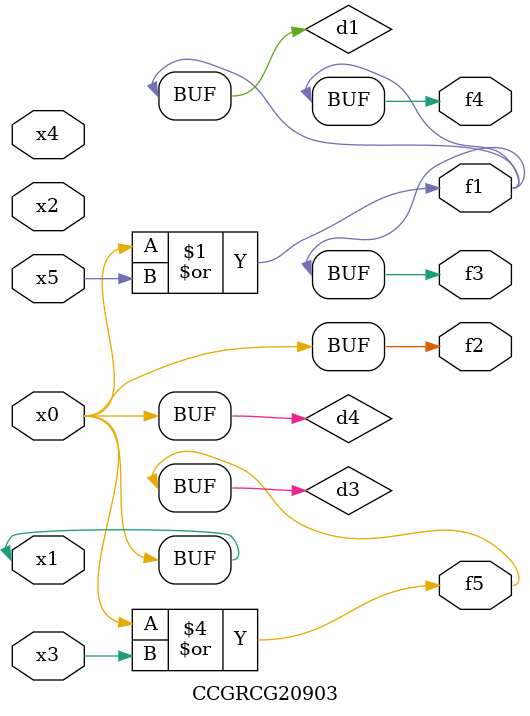
<source format=v>
module CCGRCG20903(
	input x0, x1, x2, x3, x4, x5,
	output f1, f2, f3, f4, f5
);

	wire d1, d2, d3, d4;

	or (d1, x0, x5);
	xnor (d2, x1, x4);
	or (d3, x0, x3);
	buf (d4, x0, x1);
	assign f1 = d1;
	assign f2 = d4;
	assign f3 = d1;
	assign f4 = d1;
	assign f5 = d3;
endmodule

</source>
